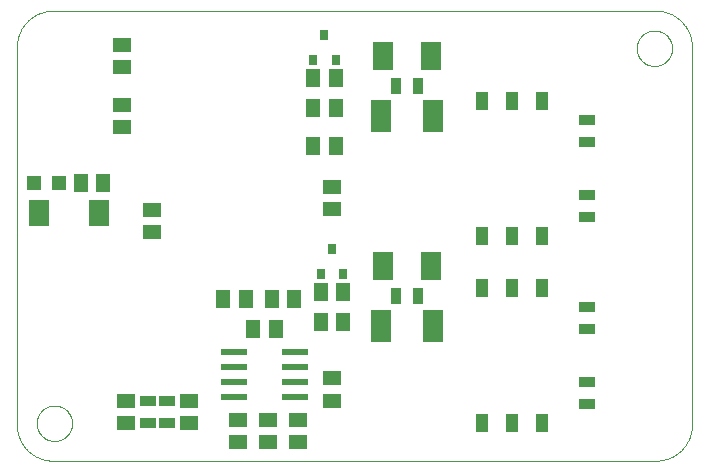
<source format=gtp>
G75*
%MOIN*%
%OFA0B0*%
%FSLAX25Y25*%
%IPPOS*%
%LPD*%
%AMOC8*
5,1,8,0,0,1.08239X$1,22.5*
%
%ADD10C,0.00000*%
%ADD11R,0.05906X0.05118*%
%ADD12R,0.05118X0.05906*%
%ADD13R,0.07087X0.09449*%
%ADD14R,0.08661X0.02362*%
%ADD15R,0.03150X0.03543*%
%ADD16R,0.03543X0.05512*%
%ADD17R,0.04000X0.06000*%
%ADD18R,0.05512X0.03543*%
%ADD19R,0.07087X0.10630*%
%ADD20R,0.07087X0.08661*%
%ADD21R,0.04724X0.04724*%
D10*
X0016500Y0005500D02*
X0217500Y0005500D01*
X0217790Y0005504D01*
X0218080Y0005514D01*
X0218369Y0005532D01*
X0218658Y0005556D01*
X0218946Y0005587D01*
X0219234Y0005626D01*
X0219520Y0005671D01*
X0219806Y0005724D01*
X0220089Y0005783D01*
X0220372Y0005849D01*
X0220652Y0005921D01*
X0220931Y0006001D01*
X0221208Y0006087D01*
X0221483Y0006180D01*
X0221755Y0006280D01*
X0222025Y0006386D01*
X0222292Y0006498D01*
X0222557Y0006618D01*
X0222818Y0006743D01*
X0223077Y0006875D01*
X0223332Y0007012D01*
X0223584Y0007156D01*
X0223832Y0007306D01*
X0224076Y0007462D01*
X0224317Y0007624D01*
X0224553Y0007792D01*
X0224786Y0007965D01*
X0225014Y0008144D01*
X0225238Y0008328D01*
X0225457Y0008518D01*
X0225672Y0008713D01*
X0225882Y0008913D01*
X0226087Y0009118D01*
X0226287Y0009328D01*
X0226482Y0009543D01*
X0226672Y0009762D01*
X0226856Y0009986D01*
X0227035Y0010214D01*
X0227208Y0010447D01*
X0227376Y0010683D01*
X0227538Y0010924D01*
X0227694Y0011168D01*
X0227844Y0011416D01*
X0227988Y0011668D01*
X0228125Y0011923D01*
X0228257Y0012182D01*
X0228382Y0012443D01*
X0228502Y0012708D01*
X0228614Y0012975D01*
X0228720Y0013245D01*
X0228820Y0013517D01*
X0228913Y0013792D01*
X0228999Y0014069D01*
X0229079Y0014348D01*
X0229151Y0014628D01*
X0229217Y0014911D01*
X0229276Y0015194D01*
X0229329Y0015480D01*
X0229374Y0015766D01*
X0229413Y0016054D01*
X0229444Y0016342D01*
X0229468Y0016631D01*
X0229486Y0016920D01*
X0229496Y0017210D01*
X0229500Y0017500D01*
X0229500Y0143500D01*
X0229496Y0143790D01*
X0229486Y0144080D01*
X0229468Y0144369D01*
X0229444Y0144658D01*
X0229413Y0144946D01*
X0229374Y0145234D01*
X0229329Y0145520D01*
X0229276Y0145806D01*
X0229217Y0146089D01*
X0229151Y0146372D01*
X0229079Y0146652D01*
X0228999Y0146931D01*
X0228913Y0147208D01*
X0228820Y0147483D01*
X0228720Y0147755D01*
X0228614Y0148025D01*
X0228502Y0148292D01*
X0228382Y0148557D01*
X0228257Y0148818D01*
X0228125Y0149077D01*
X0227988Y0149332D01*
X0227844Y0149584D01*
X0227694Y0149832D01*
X0227538Y0150076D01*
X0227376Y0150317D01*
X0227208Y0150553D01*
X0227035Y0150786D01*
X0226856Y0151014D01*
X0226672Y0151238D01*
X0226482Y0151457D01*
X0226287Y0151672D01*
X0226087Y0151882D01*
X0225882Y0152087D01*
X0225672Y0152287D01*
X0225457Y0152482D01*
X0225238Y0152672D01*
X0225014Y0152856D01*
X0224786Y0153035D01*
X0224553Y0153208D01*
X0224317Y0153376D01*
X0224076Y0153538D01*
X0223832Y0153694D01*
X0223584Y0153844D01*
X0223332Y0153988D01*
X0223077Y0154125D01*
X0222818Y0154257D01*
X0222557Y0154382D01*
X0222292Y0154502D01*
X0222025Y0154614D01*
X0221755Y0154720D01*
X0221483Y0154820D01*
X0221208Y0154913D01*
X0220931Y0154999D01*
X0220652Y0155079D01*
X0220372Y0155151D01*
X0220089Y0155217D01*
X0219806Y0155276D01*
X0219520Y0155329D01*
X0219234Y0155374D01*
X0218946Y0155413D01*
X0218658Y0155444D01*
X0218369Y0155468D01*
X0218080Y0155486D01*
X0217790Y0155496D01*
X0217500Y0155500D01*
X0016500Y0155500D01*
X0016210Y0155496D01*
X0015920Y0155486D01*
X0015631Y0155468D01*
X0015342Y0155444D01*
X0015054Y0155413D01*
X0014766Y0155374D01*
X0014480Y0155329D01*
X0014194Y0155276D01*
X0013911Y0155217D01*
X0013628Y0155151D01*
X0013348Y0155079D01*
X0013069Y0154999D01*
X0012792Y0154913D01*
X0012517Y0154820D01*
X0012245Y0154720D01*
X0011975Y0154614D01*
X0011708Y0154502D01*
X0011443Y0154382D01*
X0011182Y0154257D01*
X0010923Y0154125D01*
X0010668Y0153988D01*
X0010416Y0153844D01*
X0010168Y0153694D01*
X0009924Y0153538D01*
X0009683Y0153376D01*
X0009447Y0153208D01*
X0009214Y0153035D01*
X0008986Y0152856D01*
X0008762Y0152672D01*
X0008543Y0152482D01*
X0008328Y0152287D01*
X0008118Y0152087D01*
X0007913Y0151882D01*
X0007713Y0151672D01*
X0007518Y0151457D01*
X0007328Y0151238D01*
X0007144Y0151014D01*
X0006965Y0150786D01*
X0006792Y0150553D01*
X0006624Y0150317D01*
X0006462Y0150076D01*
X0006306Y0149832D01*
X0006156Y0149584D01*
X0006012Y0149332D01*
X0005875Y0149077D01*
X0005743Y0148818D01*
X0005618Y0148557D01*
X0005498Y0148292D01*
X0005386Y0148025D01*
X0005280Y0147755D01*
X0005180Y0147483D01*
X0005087Y0147208D01*
X0005001Y0146931D01*
X0004921Y0146652D01*
X0004849Y0146372D01*
X0004783Y0146089D01*
X0004724Y0145806D01*
X0004671Y0145520D01*
X0004626Y0145234D01*
X0004587Y0144946D01*
X0004556Y0144658D01*
X0004532Y0144369D01*
X0004514Y0144080D01*
X0004504Y0143790D01*
X0004500Y0143500D01*
X0004500Y0017500D01*
X0004504Y0017210D01*
X0004514Y0016920D01*
X0004532Y0016631D01*
X0004556Y0016342D01*
X0004587Y0016054D01*
X0004626Y0015766D01*
X0004671Y0015480D01*
X0004724Y0015194D01*
X0004783Y0014911D01*
X0004849Y0014628D01*
X0004921Y0014348D01*
X0005001Y0014069D01*
X0005087Y0013792D01*
X0005180Y0013517D01*
X0005280Y0013245D01*
X0005386Y0012975D01*
X0005498Y0012708D01*
X0005618Y0012443D01*
X0005743Y0012182D01*
X0005875Y0011923D01*
X0006012Y0011668D01*
X0006156Y0011416D01*
X0006306Y0011168D01*
X0006462Y0010924D01*
X0006624Y0010683D01*
X0006792Y0010447D01*
X0006965Y0010214D01*
X0007144Y0009986D01*
X0007328Y0009762D01*
X0007518Y0009543D01*
X0007713Y0009328D01*
X0007913Y0009118D01*
X0008118Y0008913D01*
X0008328Y0008713D01*
X0008543Y0008518D01*
X0008762Y0008328D01*
X0008986Y0008144D01*
X0009214Y0007965D01*
X0009447Y0007792D01*
X0009683Y0007624D01*
X0009924Y0007462D01*
X0010168Y0007306D01*
X0010416Y0007156D01*
X0010668Y0007012D01*
X0010923Y0006875D01*
X0011182Y0006743D01*
X0011443Y0006618D01*
X0011708Y0006498D01*
X0011975Y0006386D01*
X0012245Y0006280D01*
X0012517Y0006180D01*
X0012792Y0006087D01*
X0013069Y0006001D01*
X0013348Y0005921D01*
X0013628Y0005849D01*
X0013911Y0005783D01*
X0014194Y0005724D01*
X0014480Y0005671D01*
X0014766Y0005626D01*
X0015054Y0005587D01*
X0015342Y0005556D01*
X0015631Y0005532D01*
X0015920Y0005514D01*
X0016210Y0005504D01*
X0016500Y0005500D01*
X0011094Y0018000D02*
X0011096Y0018153D01*
X0011102Y0018307D01*
X0011112Y0018460D01*
X0011126Y0018612D01*
X0011144Y0018765D01*
X0011166Y0018916D01*
X0011191Y0019067D01*
X0011221Y0019218D01*
X0011255Y0019368D01*
X0011292Y0019516D01*
X0011333Y0019664D01*
X0011378Y0019810D01*
X0011427Y0019956D01*
X0011480Y0020100D01*
X0011536Y0020242D01*
X0011596Y0020383D01*
X0011660Y0020523D01*
X0011727Y0020661D01*
X0011798Y0020797D01*
X0011873Y0020931D01*
X0011950Y0021063D01*
X0012032Y0021193D01*
X0012116Y0021321D01*
X0012204Y0021447D01*
X0012295Y0021570D01*
X0012389Y0021691D01*
X0012487Y0021809D01*
X0012587Y0021925D01*
X0012691Y0022038D01*
X0012797Y0022149D01*
X0012906Y0022257D01*
X0013018Y0022362D01*
X0013132Y0022463D01*
X0013250Y0022562D01*
X0013369Y0022658D01*
X0013491Y0022751D01*
X0013616Y0022840D01*
X0013743Y0022927D01*
X0013872Y0023009D01*
X0014003Y0023089D01*
X0014136Y0023165D01*
X0014271Y0023238D01*
X0014408Y0023307D01*
X0014547Y0023372D01*
X0014687Y0023434D01*
X0014829Y0023492D01*
X0014972Y0023547D01*
X0015117Y0023598D01*
X0015263Y0023645D01*
X0015410Y0023688D01*
X0015558Y0023727D01*
X0015707Y0023763D01*
X0015857Y0023794D01*
X0016008Y0023822D01*
X0016159Y0023846D01*
X0016312Y0023866D01*
X0016464Y0023882D01*
X0016617Y0023894D01*
X0016770Y0023902D01*
X0016923Y0023906D01*
X0017077Y0023906D01*
X0017230Y0023902D01*
X0017383Y0023894D01*
X0017536Y0023882D01*
X0017688Y0023866D01*
X0017841Y0023846D01*
X0017992Y0023822D01*
X0018143Y0023794D01*
X0018293Y0023763D01*
X0018442Y0023727D01*
X0018590Y0023688D01*
X0018737Y0023645D01*
X0018883Y0023598D01*
X0019028Y0023547D01*
X0019171Y0023492D01*
X0019313Y0023434D01*
X0019453Y0023372D01*
X0019592Y0023307D01*
X0019729Y0023238D01*
X0019864Y0023165D01*
X0019997Y0023089D01*
X0020128Y0023009D01*
X0020257Y0022927D01*
X0020384Y0022840D01*
X0020509Y0022751D01*
X0020631Y0022658D01*
X0020750Y0022562D01*
X0020868Y0022463D01*
X0020982Y0022362D01*
X0021094Y0022257D01*
X0021203Y0022149D01*
X0021309Y0022038D01*
X0021413Y0021925D01*
X0021513Y0021809D01*
X0021611Y0021691D01*
X0021705Y0021570D01*
X0021796Y0021447D01*
X0021884Y0021321D01*
X0021968Y0021193D01*
X0022050Y0021063D01*
X0022127Y0020931D01*
X0022202Y0020797D01*
X0022273Y0020661D01*
X0022340Y0020523D01*
X0022404Y0020383D01*
X0022464Y0020242D01*
X0022520Y0020100D01*
X0022573Y0019956D01*
X0022622Y0019810D01*
X0022667Y0019664D01*
X0022708Y0019516D01*
X0022745Y0019368D01*
X0022779Y0019218D01*
X0022809Y0019067D01*
X0022834Y0018916D01*
X0022856Y0018765D01*
X0022874Y0018612D01*
X0022888Y0018460D01*
X0022898Y0018307D01*
X0022904Y0018153D01*
X0022906Y0018000D01*
X0022904Y0017847D01*
X0022898Y0017693D01*
X0022888Y0017540D01*
X0022874Y0017388D01*
X0022856Y0017235D01*
X0022834Y0017084D01*
X0022809Y0016933D01*
X0022779Y0016782D01*
X0022745Y0016632D01*
X0022708Y0016484D01*
X0022667Y0016336D01*
X0022622Y0016190D01*
X0022573Y0016044D01*
X0022520Y0015900D01*
X0022464Y0015758D01*
X0022404Y0015617D01*
X0022340Y0015477D01*
X0022273Y0015339D01*
X0022202Y0015203D01*
X0022127Y0015069D01*
X0022050Y0014937D01*
X0021968Y0014807D01*
X0021884Y0014679D01*
X0021796Y0014553D01*
X0021705Y0014430D01*
X0021611Y0014309D01*
X0021513Y0014191D01*
X0021413Y0014075D01*
X0021309Y0013962D01*
X0021203Y0013851D01*
X0021094Y0013743D01*
X0020982Y0013638D01*
X0020868Y0013537D01*
X0020750Y0013438D01*
X0020631Y0013342D01*
X0020509Y0013249D01*
X0020384Y0013160D01*
X0020257Y0013073D01*
X0020128Y0012991D01*
X0019997Y0012911D01*
X0019864Y0012835D01*
X0019729Y0012762D01*
X0019592Y0012693D01*
X0019453Y0012628D01*
X0019313Y0012566D01*
X0019171Y0012508D01*
X0019028Y0012453D01*
X0018883Y0012402D01*
X0018737Y0012355D01*
X0018590Y0012312D01*
X0018442Y0012273D01*
X0018293Y0012237D01*
X0018143Y0012206D01*
X0017992Y0012178D01*
X0017841Y0012154D01*
X0017688Y0012134D01*
X0017536Y0012118D01*
X0017383Y0012106D01*
X0017230Y0012098D01*
X0017077Y0012094D01*
X0016923Y0012094D01*
X0016770Y0012098D01*
X0016617Y0012106D01*
X0016464Y0012118D01*
X0016312Y0012134D01*
X0016159Y0012154D01*
X0016008Y0012178D01*
X0015857Y0012206D01*
X0015707Y0012237D01*
X0015558Y0012273D01*
X0015410Y0012312D01*
X0015263Y0012355D01*
X0015117Y0012402D01*
X0014972Y0012453D01*
X0014829Y0012508D01*
X0014687Y0012566D01*
X0014547Y0012628D01*
X0014408Y0012693D01*
X0014271Y0012762D01*
X0014136Y0012835D01*
X0014003Y0012911D01*
X0013872Y0012991D01*
X0013743Y0013073D01*
X0013616Y0013160D01*
X0013491Y0013249D01*
X0013369Y0013342D01*
X0013250Y0013438D01*
X0013132Y0013537D01*
X0013018Y0013638D01*
X0012906Y0013743D01*
X0012797Y0013851D01*
X0012691Y0013962D01*
X0012587Y0014075D01*
X0012487Y0014191D01*
X0012389Y0014309D01*
X0012295Y0014430D01*
X0012204Y0014553D01*
X0012116Y0014679D01*
X0012032Y0014807D01*
X0011950Y0014937D01*
X0011873Y0015069D01*
X0011798Y0015203D01*
X0011727Y0015339D01*
X0011660Y0015477D01*
X0011596Y0015617D01*
X0011536Y0015758D01*
X0011480Y0015900D01*
X0011427Y0016044D01*
X0011378Y0016190D01*
X0011333Y0016336D01*
X0011292Y0016484D01*
X0011255Y0016632D01*
X0011221Y0016782D01*
X0011191Y0016933D01*
X0011166Y0017084D01*
X0011144Y0017235D01*
X0011126Y0017388D01*
X0011112Y0017540D01*
X0011102Y0017693D01*
X0011096Y0017847D01*
X0011094Y0018000D01*
X0211094Y0143000D02*
X0211096Y0143153D01*
X0211102Y0143307D01*
X0211112Y0143460D01*
X0211126Y0143612D01*
X0211144Y0143765D01*
X0211166Y0143916D01*
X0211191Y0144067D01*
X0211221Y0144218D01*
X0211255Y0144368D01*
X0211292Y0144516D01*
X0211333Y0144664D01*
X0211378Y0144810D01*
X0211427Y0144956D01*
X0211480Y0145100D01*
X0211536Y0145242D01*
X0211596Y0145383D01*
X0211660Y0145523D01*
X0211727Y0145661D01*
X0211798Y0145797D01*
X0211873Y0145931D01*
X0211950Y0146063D01*
X0212032Y0146193D01*
X0212116Y0146321D01*
X0212204Y0146447D01*
X0212295Y0146570D01*
X0212389Y0146691D01*
X0212487Y0146809D01*
X0212587Y0146925D01*
X0212691Y0147038D01*
X0212797Y0147149D01*
X0212906Y0147257D01*
X0213018Y0147362D01*
X0213132Y0147463D01*
X0213250Y0147562D01*
X0213369Y0147658D01*
X0213491Y0147751D01*
X0213616Y0147840D01*
X0213743Y0147927D01*
X0213872Y0148009D01*
X0214003Y0148089D01*
X0214136Y0148165D01*
X0214271Y0148238D01*
X0214408Y0148307D01*
X0214547Y0148372D01*
X0214687Y0148434D01*
X0214829Y0148492D01*
X0214972Y0148547D01*
X0215117Y0148598D01*
X0215263Y0148645D01*
X0215410Y0148688D01*
X0215558Y0148727D01*
X0215707Y0148763D01*
X0215857Y0148794D01*
X0216008Y0148822D01*
X0216159Y0148846D01*
X0216312Y0148866D01*
X0216464Y0148882D01*
X0216617Y0148894D01*
X0216770Y0148902D01*
X0216923Y0148906D01*
X0217077Y0148906D01*
X0217230Y0148902D01*
X0217383Y0148894D01*
X0217536Y0148882D01*
X0217688Y0148866D01*
X0217841Y0148846D01*
X0217992Y0148822D01*
X0218143Y0148794D01*
X0218293Y0148763D01*
X0218442Y0148727D01*
X0218590Y0148688D01*
X0218737Y0148645D01*
X0218883Y0148598D01*
X0219028Y0148547D01*
X0219171Y0148492D01*
X0219313Y0148434D01*
X0219453Y0148372D01*
X0219592Y0148307D01*
X0219729Y0148238D01*
X0219864Y0148165D01*
X0219997Y0148089D01*
X0220128Y0148009D01*
X0220257Y0147927D01*
X0220384Y0147840D01*
X0220509Y0147751D01*
X0220631Y0147658D01*
X0220750Y0147562D01*
X0220868Y0147463D01*
X0220982Y0147362D01*
X0221094Y0147257D01*
X0221203Y0147149D01*
X0221309Y0147038D01*
X0221413Y0146925D01*
X0221513Y0146809D01*
X0221611Y0146691D01*
X0221705Y0146570D01*
X0221796Y0146447D01*
X0221884Y0146321D01*
X0221968Y0146193D01*
X0222050Y0146063D01*
X0222127Y0145931D01*
X0222202Y0145797D01*
X0222273Y0145661D01*
X0222340Y0145523D01*
X0222404Y0145383D01*
X0222464Y0145242D01*
X0222520Y0145100D01*
X0222573Y0144956D01*
X0222622Y0144810D01*
X0222667Y0144664D01*
X0222708Y0144516D01*
X0222745Y0144368D01*
X0222779Y0144218D01*
X0222809Y0144067D01*
X0222834Y0143916D01*
X0222856Y0143765D01*
X0222874Y0143612D01*
X0222888Y0143460D01*
X0222898Y0143307D01*
X0222904Y0143153D01*
X0222906Y0143000D01*
X0222904Y0142847D01*
X0222898Y0142693D01*
X0222888Y0142540D01*
X0222874Y0142388D01*
X0222856Y0142235D01*
X0222834Y0142084D01*
X0222809Y0141933D01*
X0222779Y0141782D01*
X0222745Y0141632D01*
X0222708Y0141484D01*
X0222667Y0141336D01*
X0222622Y0141190D01*
X0222573Y0141044D01*
X0222520Y0140900D01*
X0222464Y0140758D01*
X0222404Y0140617D01*
X0222340Y0140477D01*
X0222273Y0140339D01*
X0222202Y0140203D01*
X0222127Y0140069D01*
X0222050Y0139937D01*
X0221968Y0139807D01*
X0221884Y0139679D01*
X0221796Y0139553D01*
X0221705Y0139430D01*
X0221611Y0139309D01*
X0221513Y0139191D01*
X0221413Y0139075D01*
X0221309Y0138962D01*
X0221203Y0138851D01*
X0221094Y0138743D01*
X0220982Y0138638D01*
X0220868Y0138537D01*
X0220750Y0138438D01*
X0220631Y0138342D01*
X0220509Y0138249D01*
X0220384Y0138160D01*
X0220257Y0138073D01*
X0220128Y0137991D01*
X0219997Y0137911D01*
X0219864Y0137835D01*
X0219729Y0137762D01*
X0219592Y0137693D01*
X0219453Y0137628D01*
X0219313Y0137566D01*
X0219171Y0137508D01*
X0219028Y0137453D01*
X0218883Y0137402D01*
X0218737Y0137355D01*
X0218590Y0137312D01*
X0218442Y0137273D01*
X0218293Y0137237D01*
X0218143Y0137206D01*
X0217992Y0137178D01*
X0217841Y0137154D01*
X0217688Y0137134D01*
X0217536Y0137118D01*
X0217383Y0137106D01*
X0217230Y0137098D01*
X0217077Y0137094D01*
X0216923Y0137094D01*
X0216770Y0137098D01*
X0216617Y0137106D01*
X0216464Y0137118D01*
X0216312Y0137134D01*
X0216159Y0137154D01*
X0216008Y0137178D01*
X0215857Y0137206D01*
X0215707Y0137237D01*
X0215558Y0137273D01*
X0215410Y0137312D01*
X0215263Y0137355D01*
X0215117Y0137402D01*
X0214972Y0137453D01*
X0214829Y0137508D01*
X0214687Y0137566D01*
X0214547Y0137628D01*
X0214408Y0137693D01*
X0214271Y0137762D01*
X0214136Y0137835D01*
X0214003Y0137911D01*
X0213872Y0137991D01*
X0213743Y0138073D01*
X0213616Y0138160D01*
X0213491Y0138249D01*
X0213369Y0138342D01*
X0213250Y0138438D01*
X0213132Y0138537D01*
X0213018Y0138638D01*
X0212906Y0138743D01*
X0212797Y0138851D01*
X0212691Y0138962D01*
X0212587Y0139075D01*
X0212487Y0139191D01*
X0212389Y0139309D01*
X0212295Y0139430D01*
X0212204Y0139553D01*
X0212116Y0139679D01*
X0212032Y0139807D01*
X0211950Y0139937D01*
X0211873Y0140069D01*
X0211798Y0140203D01*
X0211727Y0140339D01*
X0211660Y0140477D01*
X0211596Y0140617D01*
X0211536Y0140758D01*
X0211480Y0140900D01*
X0211427Y0141044D01*
X0211378Y0141190D01*
X0211333Y0141336D01*
X0211292Y0141484D01*
X0211255Y0141632D01*
X0211221Y0141782D01*
X0211191Y0141933D01*
X0211166Y0142084D01*
X0211144Y0142235D01*
X0211126Y0142388D01*
X0211112Y0142540D01*
X0211102Y0142693D01*
X0211096Y0142847D01*
X0211094Y0143000D01*
D11*
X0109500Y0096740D03*
X0109500Y0089260D03*
X0049500Y0089240D03*
X0049500Y0081760D03*
X0039500Y0116760D03*
X0039500Y0124240D03*
X0039500Y0136760D03*
X0039500Y0144240D03*
X0109500Y0032990D03*
X0109500Y0025510D03*
X0098250Y0019240D03*
X0088250Y0019240D03*
X0078250Y0019240D03*
X0078250Y0011760D03*
X0088250Y0011760D03*
X0098250Y0011760D03*
X0062000Y0018010D03*
X0062000Y0025490D03*
X0040750Y0025490D03*
X0040750Y0018010D03*
D12*
X0083260Y0049250D03*
X0090740Y0049250D03*
X0089510Y0059250D03*
X0096990Y0059250D03*
X0105760Y0061750D03*
X0113240Y0061750D03*
X0113240Y0051750D03*
X0105760Y0051750D03*
X0080740Y0059250D03*
X0073260Y0059250D03*
X0033240Y0098000D03*
X0025760Y0098000D03*
X0103260Y0110500D03*
X0110740Y0110500D03*
X0110740Y0123000D03*
X0103260Y0123000D03*
X0103260Y0133000D03*
X0110740Y0133000D03*
D13*
X0126528Y0140500D03*
X0142472Y0140500D03*
X0142472Y0070500D03*
X0126528Y0070500D03*
D14*
X0097236Y0041750D03*
X0097236Y0036750D03*
X0097236Y0031750D03*
X0097236Y0026750D03*
X0076764Y0026750D03*
X0076764Y0031750D03*
X0076764Y0036750D03*
X0076764Y0041750D03*
D15*
X0105760Y0067813D03*
X0113240Y0067813D03*
X0109500Y0076081D03*
X0110740Y0139063D03*
X0103260Y0139063D03*
X0107000Y0147331D03*
D16*
X0130760Y0130500D03*
X0138240Y0130500D03*
X0138240Y0060500D03*
X0130760Y0060500D03*
D17*
X0159500Y0063000D03*
X0169500Y0063000D03*
X0179500Y0063000D03*
X0179500Y0080500D03*
X0169500Y0080500D03*
X0159500Y0080500D03*
X0159500Y0125500D03*
X0169500Y0125500D03*
X0179500Y0125500D03*
X0179500Y0018000D03*
X0169500Y0018000D03*
X0159500Y0018000D03*
D18*
X0194500Y0024260D03*
X0194500Y0031740D03*
X0194500Y0049260D03*
X0194500Y0056740D03*
X0194500Y0086760D03*
X0194500Y0094240D03*
X0194500Y0111760D03*
X0194500Y0119240D03*
X0054500Y0025490D03*
X0048250Y0025490D03*
X0048250Y0018010D03*
X0054500Y0018010D03*
D19*
X0125839Y0050500D03*
X0143161Y0050500D03*
X0143161Y0120500D03*
X0125839Y0120500D03*
D20*
X0032039Y0088000D03*
X0011961Y0088000D03*
D21*
X0010366Y0098000D03*
X0018634Y0098000D03*
M02*

</source>
